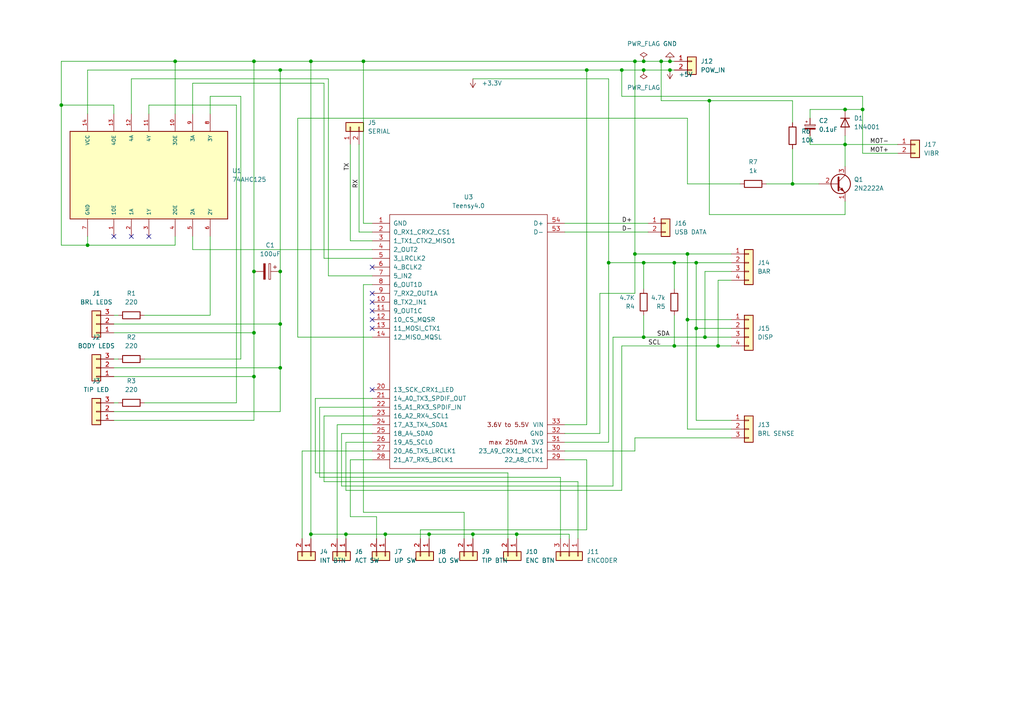
<source format=kicad_sch>
(kicad_sch (version 20230121) (generator eeschema)
  (paper "A4")
  (lib_symbols
    (symbol "74AHC125:74AHC125" (pin_names (offset 1.016))
      (property "Reference" "U" (at 0 0 0))
      (property "Value" "74AHC125" (at 0 0 0))
      (symbol "74AHC125_0_0"
        (rectangle (start 0 0) (end 25.4 45.72) (stroke (width 0.254)) (fill (type background)))
        (pin input line (at -5.08 33.02 0) (length 5.08) (name "1OE") (number "1"))
        (pin input line (at 30.48 15.24 180) (length 5.08) (name "3OE") (number "10"))
        (pin output line (at 30.48 22.86 180) (length 5.08) (name "4Y") (number "11"))
        (pin input line (at 30.48 27.94 180) (length 5.08) (name "4A") (number "12"))
        (pin input line (at 30.48 33.02 180) (length 5.08) (name "4OE") (number "13"))
        (pin power_in line (at 30.48 40.64 180) (length 5.08) (name "VCC") (number "14"))
        (pin input line (at -5.08 27.94 0) (length 5.08) (name "1A") (number "2"))
        (pin output line (at -5.08 22.86 0) (length 5.08) (name "1Y") (number "3"))
        (pin input line (at -5.08 15.24 0) (length 5.08) (name "2OE") (number "4"))
        (pin input line (at -5.08 10.16 0) (length 5.08) (name "2A") (number "5"))
        (pin output line (at -5.08 5.08 0) (length 5.08) (name "2Y") (number "6"))
        (pin power_in line (at -5.08 40.64 0) (length 5.08) (name "GND") (number "7"))
        (pin output line (at 30.48 5.08 180) (length 5.08) (name "3Y") (number "8"))
        (pin input line (at 30.48 10.16 180) (length 5.08) (name "3A") (number "9"))
      )
    )
    (symbol "Connector_Generic:Conn_01x02" (pin_names (offset 1.016) hide)
      (property "Reference" "J" (at 0 2.54 0))
      (property "Value" "Conn_01x02" (at 0 -5.08 0))
      (symbol "Conn_01x02_1_1"
        (rectangle (start -1.27 -2.413) (end 0 -2.667) (stroke (width 0.1524)))
        (rectangle (start -1.27 0.127) (end 0 -0.127) (stroke (width 0.1524)))
        (rectangle (start -1.27 1.27) (end 1.27 -3.81) (stroke (width 0.254)) (fill (type background)))
        (pin passive line (at -5.08 0 0) (length 3.81) (name "Pin_1") (number "1"))
        (pin passive line (at -5.08 -2.54 0) (length 3.81) (name "Pin_2") (number "2"))
      )
    )
    (symbol "Connector_Generic:Conn_01x03" (pin_names (offset 1.016) hide)
      (property "Reference" "J" (at 0 5.08 0))
      (property "Value" "Conn_01x03" (at 0 -5.08 0))
      (symbol "Conn_01x03_1_1"
        (rectangle (start -1.27 -2.413) (end 0 -2.667) (stroke (width 0.1524)))
        (rectangle (start -1.27 0.127) (end 0 -0.127) (stroke (width 0.1524)))
        (rectangle (start -1.27 2.667) (end 0 2.413) (stroke (width 0.1524)))
        (rectangle (start -1.27 3.81) (end 1.27 -3.81) (stroke (width 0.254)) (fill (type background)))
        (pin passive line (at -5.08 2.54 0) (length 3.81) (name "Pin_1") (number "1"))
        (pin passive line (at -5.08 0 0) (length 3.81) (name "Pin_2") (number "2"))
        (pin passive line (at -5.08 -2.54 0) (length 3.81) (name "Pin_3") (number "3"))
      )
    )
    (symbol "Connector_Generic:Conn_01x04" (pin_names (offset 1.016) hide)
      (property "Reference" "J" (at 0 5.08 0))
      (property "Value" "Conn_01x04" (at 0 -7.62 0))
      (symbol "Conn_01x04_1_1"
        (rectangle (start -1.27 -4.953) (end 0 -5.207) (stroke (width 0.1524)))
        (rectangle (start -1.27 -2.413) (end 0 -2.667) (stroke (width 0.1524)))
        (rectangle (start -1.27 0.127) (end 0 -0.127) (stroke (width 0.1524)))
        (rectangle (start -1.27 2.667) (end 0 2.413) (stroke (width 0.1524)))
        (rectangle (start -1.27 3.81) (end 1.27 -6.35) (stroke (width 0.254)) (fill (type background)))
        (pin passive line (at -5.08 2.54 0) (length 3.81) (name "Pin_1") (number "1"))
        (pin passive line (at -5.08 0 0) (length 3.81) (name "Pin_2") (number "2"))
        (pin passive line (at -5.08 -2.54 0) (length 3.81) (name "Pin_3") (number "3"))
        (pin passive line (at -5.08 -5.08 0) (length 3.81) (name "Pin_4") (number "4"))
      )
    )
    (symbol "Device:C_Polarized" (pin_numbers hide) (pin_names (offset 0.254))
      (property "Reference" "C" (at 0.635 2.54 0))
      (property "Value" "C_Polarized" (at 0.635 -2.54 0))
      (symbol "C_Polarized_0_1"
        (rectangle (start -2.286 0.508) (end 2.286 1.016))
        (polyline (pts (xy -1.778 2.286) (xy -0.762 2.286)))
        (polyline (pts (xy -1.27 2.794) (xy -1.27 1.778)))
        (rectangle (start 2.286 -0.508) (end -2.286 -1.016) (fill (type outline)))
      )
      (symbol "C_Polarized_1_1"
        (pin passive line (at 0 3.81 270) (length 2.794) (name "~") (number "1"))
        (pin passive line (at 0 -3.81 90) (length 2.794) (name "~") (number "2"))
      )
    )
    (symbol "Device:C_Polarized_Small" (pin_numbers hide) (pin_names (offset 0.254) hide)
      (property "Reference" "C" (at 0.254 1.778 0))
      (property "Value" "C_Polarized_Small" (at 0.254 -2.032 0))
      (symbol "C_Polarized_Small_0_1"
        (rectangle (start -1.524 -0.3048) (end 1.524 -0.6858) (fill (type outline)))
        (rectangle (start -1.524 0.6858) (end 1.524 0.3048))
        (polyline (pts (xy -1.27 1.524) (xy -0.762 1.524)))
        (polyline (pts (xy -1.016 1.27) (xy -1.016 1.778)))
      )
      (symbol "C_Polarized_Small_1_1"
        (pin passive line (at 0 2.54 270) (length 1.8542) (name "~") (number "1"))
        (pin passive line (at 0 -2.54 90) (length 1.8542) (name "~") (number "2"))
      )
    )
    (symbol "Device:R" (pin_numbers hide) (pin_names (offset 0))
      (property "Reference" "R" (at 2.032 0 90))
      (property "Value" "R" (at 0 0 90))
      (symbol "R_0_1"
        (rectangle (start -1.016 -2.54) (end 1.016 2.54) (stroke (width 0.254)))
      )
      (symbol "R_1_1"
        (pin passive line (at 0 3.81 270) (length 1.27) (name "~") (number "1"))
        (pin passive line (at 0 -3.81 90) (length 1.27) (name "~") (number "2"))
      )
    )
    (symbol "Diode:1N4001" (pin_numbers hide) (pin_names hide)
      (property "Reference" "D" (at 0 2.54 0))
      (property "Value" "1N4001" (at 0 -2.54 0))
      (symbol "1N4001_0_1"
        (polyline (pts (xy -1.27 1.27) (xy -1.27 -1.27)) (stroke (width 0.254)))
        (polyline (pts (xy 1.27 0) (xy -1.27 0)))
        (polyline (pts (xy 1.27 1.27) (xy 1.27 -1.27) (xy -1.27 0) (xy 1.27 1.27)) (stroke (width 0.254)))
      )
      (symbol "1N4001_1_1"
        (pin passive line (at -3.81 0 0) (length 2.54) (name "K") (number "1"))
        (pin passive line (at 3.81 0 180) (length 2.54) (name "A") (number "2"))
      )
    )
    (symbol "Transistor_BJT:PN2222A" (pin_names (offset 0) hide)
      (property "Reference" "Q" (at 5.08 1.905 0))
      (property "Value" "PN2222A" (at 5.08 0 0))
      (symbol "PN2222A_0_1"
        (polyline (pts (xy 0 0) (xy 0.635 0)))
        (polyline (pts (xy 2.54 -2.54) (xy 0.635 -0.635)))
        (polyline (pts (xy 2.54 2.54) (xy 0.635 0.635)))
        (polyline (pts (xy 0.635 1.905) (xy 0.635 -1.905) (xy 0.635 -1.905)) (stroke (width 0.508)))
        (polyline (pts (xy 2.413 -2.413) (xy 1.905 -1.905) (xy 1.905 -1.905)))
        (polyline (pts (xy 1.143 -1.651) (xy 1.651 -1.143) (xy 2.159 -2.159) (xy 1.143 -1.651) (xy 1.143 -1.651)) (fill (type outline)))
        (circle (center 1.27 0) (radius 2.8194) (stroke (width 0.254)))
      )
      (symbol "PN2222A_1_1"
        (pin passive line (at 2.54 -5.08 90) (length 2.54) (name "E") (number "1"))
        (pin input line (at -5.08 0 0) (length 5.08) (name "B") (number "2"))
        (pin passive line (at 2.54 5.08 270) (length 2.54) (name "C") (number "3"))
      )
    )
    (symbol "power:+3.3V" (power) (pin_names (offset 0))
      (property "Value" "+3.3V" (at 0 3.556 0))
      (symbol "+3.3V_0_1"
        (polyline (pts (xy -0.762 1.27) (xy 0 2.54)))
        (polyline (pts (xy 0 0) (xy 0 2.54)))
        (polyline (pts (xy 0 2.54) (xy 0.762 1.27)))
      )
      (symbol "+3.3V_1_1"
        (pin power_in line (at 0 0 90) (length 0) hide (name "+3.3V") (number "1"))
      )
    )
    (symbol "power:+5V" (power) (pin_names (offset 0))
      (property "Value" "+5V" (at 0 3.556 0))
      (symbol "+5V_0_1"
        (polyline (pts (xy -0.762 1.27) (xy 0 2.54)))
        (polyline (pts (xy 0 0) (xy 0 2.54)))
        (polyline (pts (xy 0 2.54) (xy 0.762 1.27)))
      )
      (symbol "+5V_1_1"
        (pin power_in line (at 0 0 90) (length 0) hide (name "+5V") (number "1"))
      )
    )
    (symbol "power:GND" (power) (pin_names (offset 0))
      (property "Value" "GND" (at 0 -3.81 0))
      (symbol "GND_0_1"
        (polyline (pts (xy 0 0) (xy 0 -1.27) (xy 1.27 -1.27) (xy 0 -2.54) (xy -1.27 -1.27) (xy 0 -1.27)))
      )
      (symbol "GND_1_1"
        (pin power_in line (at 0 0 270) (length 0) hide (name "GND") (number "1"))
      )
    )
    (symbol "power:PWR_FLAG" (power) (pin_numbers hide) (pin_names (offset 0) hide)
      (property "Value" "PWR_FLAG" (at 0 3.81 0))
      (symbol "PWR_FLAG_0_0"
        (pin power_out line (at 0 0 90) (length 0) (name "pwr") (number "1"))
      )
      (symbol "PWR_FLAG_0_1"
        (polyline (pts (xy 0 0) (xy 0 1.27) (xy -1.016 1.905) (xy 0 2.54) (xy 1.016 1.905) (xy 0 1.27)))
      )
    )
    (symbol "teensy:Teensy4.0" (pin_names (offset 1.016))
      (property "Reference" "U3" (at 0 41.91 0))
      (property "Value" "Teensy4.0" (at 0 39.37 0))
      (symbol "Teensy4.0_0_0"
        (text "3.6V to 5.5V" (at 11.43 -24.13 0) (effects (font (size 1.27 1.27))))
        (text "max 250mA" (at 11.43 -29.21 0) (effects (font (size 1.27 1.27))))
        (pin bidirectional line (at -27.94 11.43 0) (length 5.08) (name "8_TX2_IN1") (number "10"))
        (pin bidirectional line (at -27.94 8.89 0) (length 5.08) (name "9_OUT1C") (number "11"))
        (pin bidirectional line (at -27.94 6.35 0) (length 5.08) (name "10_CS_MQSR") (number "12"))
        (pin bidirectional line (at -27.94 3.81 0) (length 5.08) (name "11_MOSI_CTX1") (number "13"))
        (pin bidirectional line (at -27.94 1.27 0) (length 5.08) (name "12_MISO_MQSL") (number "14"))
        (pin bidirectional line (at -27.94 -13.97 0) (length 5.08) (name "13_SCK_CRX1_LED") (number "20"))
        (pin bidirectional line (at -27.94 -16.51 0) (length 5.08) (name "14_A0_TX3_SPDIF_OUT") (number "21"))
        (pin bidirectional line (at -27.94 -19.05 0) (length 5.08) (name "15_A1_RX3_SPDIF_IN") (number "22"))
        (pin bidirectional line (at -27.94 -21.59 0) (length 5.08) (name "16_A2_RX4_SCL1") (number "23"))
        (pin bidirectional line (at -27.94 -24.13 0) (length 5.08) (name "17_A3_TX4_SDA1") (number "24"))
        (pin bidirectional line (at -27.94 -26.67 0) (length 5.08) (name "18_A4_SDA0") (number "25"))
        (pin bidirectional line (at -27.94 -29.21 0) (length 5.08) (name "19_A5_SCL0") (number "26"))
        (pin bidirectional line (at -27.94 -31.75 0) (length 5.08) (name "20_A6_TX5_LRCLK1") (number "27"))
        (pin bidirectional line (at -27.94 -34.29 0) (length 5.08) (name "21_A7_RX5_BCLK1") (number "28"))
        (pin bidirectional line (at 27.94 -34.29 180) (length 5.08) (name "22_A8_CTX1") (number "29"))
        (pin bidirectional line (at 27.94 -31.75 180) (length 5.08) (name "23_A9_CRX1_MCLK1") (number "30"))
        (pin power_out line (at 27.94 -29.21 180) (length 5.08) (name "3V3") (number "31"))
        (pin power_in line (at 27.94 -26.67 180) (length 5.08) (name "GND") (number "32"))
        (pin power_in line (at 27.94 -24.13 180) (length 5.08) (name "VIN") (number "33"))
        (pin bidirectional line (at -27.94 24.13 0) (length 5.08) (name "3_LRCLK2") (number "5"))
        (pin bidirectional line (at 27.94 31.75 180) (length 5.08) (name "D-") (number "53"))
        (pin bidirectional line (at 27.94 34.29 180) (length 5.08) (name "D+") (number "54"))
        (pin bidirectional line (at -27.94 21.59 0) (length 5.08) (name "4_BCLK2") (number "6"))
        (pin bidirectional line (at -27.94 19.05 0) (length 5.08) (name "5_IN2") (number "7"))
        (pin bidirectional line (at -27.94 16.51 0) (length 5.08) (name "6_OUT1D") (number "8"))
        (pin bidirectional line (at -27.94 13.97 0) (length 5.08) (name "7_RX2_OUT1A") (number "9"))
      )
      (symbol "Teensy4.0_0_1"
        (rectangle (start -22.86 36.83) (end 22.86 -36.83))
        (rectangle (start -20.32 -31.75) (end -20.32 -31.75))
      )
      (symbol "Teensy4.0_1_1"
        (pin power_in line (at -27.94 34.29 0) (length 5.08) (name "GND") (number "1"))
        (pin bidirectional line (at -27.94 31.75 0) (length 5.08) (name "0_RX1_CRX2_CS1") (number "2"))
        (pin bidirectional line (at -27.94 29.21 0) (length 5.08) (name "1_TX1_CTX2_MISO1") (number "3"))
        (pin bidirectional line (at -27.94 26.67 0) (length 5.08) (name "2_OUT2") (number "4"))
      )
    )
  )
  (junction (at 191.77 17.78))
  (junction (at 73.66 109.22))
  (junction (at 111.76 154.94))
  (junction (at 250.19 31.75))
  (junction (at 199.39 92.71))
  (junction (at 186.69 20.32))
  (junction (at 100.33 154.94))
  (junction (at 184.15 17.78))
  (junction (at 81.28 78.74))
  (junction (at 229.87 53.34))
  (junction (at 176.53 76.2))
  (junction (at 137.16 154.94))
  (junction (at 195.58 100.33))
  (junction (at 73.66 78.74))
  (junction (at 194.31 17.78))
  (junction (at 201.93 76.2))
  (junction (at 194.31 20.32))
  (junction (at 81.28 93.98))
  (junction (at 180.34 20.32))
  (junction (at 186.69 97.79))
  (junction (at 245.11 31.75))
  (junction (at 81.28 106.68))
  (junction (at 73.66 17.78))
  (junction (at 81.28 20.32))
  (junction (at 170.18 20.32))
  (junction (at 195.58 76.2))
  (junction (at 184.15 73.66))
  (junction (at 17.78 30.48))
  (junction (at 199.39 73.66))
  (junction (at 50.8 17.78))
  (junction (at 186.69 76.2))
  (junction (at 73.66 96.52))
  (junction (at 186.69 17.78))
  (junction (at 105.41 17.78))
  (junction (at 90.17 17.78))
  (junction (at 90.17 154.94))
  (junction (at 204.47 97.79))
  (junction (at 245.11 41.91))
  (junction (at 124.46 154.94))
  (junction (at 149.86 154.94))
  (junction (at 201.93 95.25))
  (junction (at 25.4 71.12))
  (junction (at 208.28 100.33))
  (junction (at 205.74 29.21))
  (no_connect (at 107.95 90.17))
  (no_connect (at 107.95 85.09))
  (no_connect (at 107.95 113.03))
  (no_connect (at 38.1 68.58))
  (no_connect (at 107.95 95.25))
  (no_connect (at 107.95 87.63))
  (no_connect (at 107.95 77.47))
  (no_connect (at 33.02 68.58))
  (no_connect (at 43.18 68.58))
  (no_connect (at 107.95 92.71))
  (wire (pts (xy 55.88 72.39) (xy 55.88 68.58)))
  (wire (pts (xy 177.8 97.79) (xy 177.8 140.97)))
  (wire (pts (xy 41.91 116.84) (xy 68.58 116.84)))
  (wire (pts (xy 43.18 30.48) (xy 43.18 33.02)))
  (wire (pts (xy 199.39 73.66) (xy 184.15 73.66)))
  (wire (pts (xy 245.11 48.26) (xy 245.11 41.91)))
  (wire (pts (xy 186.69 76.2) (xy 195.58 76.2)))
  (wire (pts (xy 33.02 91.44) (xy 34.29 91.44)))
  (wire (pts (xy 33.02 93.98) (xy 81.28 93.98)))
  (wire (pts (xy 92.71 138.43) (xy 92.71 118.11)))
  (wire (pts (xy 69.85 27.94) (xy 69.85 104.14)))
  (wire (pts (xy 234.95 31.75) (xy 245.11 31.75)))
  (wire (pts (xy 81.28 20.32) (xy 170.18 20.32)))
  (wire (pts (xy 93.98 139.7) (xy 93.98 120.65)))
  (wire (pts (xy 81.28 20.32) (xy 81.28 78.74)))
  (wire (pts (xy 137.16 22.86) (xy 176.53 22.86)))
  (wire (pts (xy 99.06 125.73) (xy 99.06 140.97)))
  (wire (pts (xy 234.95 41.91) (xy 245.11 41.91)))
  (wire (pts (xy 134.62 148.59) (xy 134.62 156.21)))
  (wire (pts (xy 33.02 106.68) (xy 81.28 106.68)))
  (wire (pts (xy 176.53 76.2) (xy 186.69 76.2)))
  (wire (pts (xy 87.63 130.81) (xy 87.63 156.21)))
  (wire (pts (xy 165.1 154.94) (xy 149.86 154.94)))
  (wire (pts (xy 229.87 29.21) (xy 205.74 29.21)))
  (wire (pts (xy 245.11 41.91) (xy 260.35 41.91)))
  (wire (pts (xy 194.31 20.32) (xy 195.58 20.32)))
  (wire (pts (xy 100.33 154.94) (xy 90.17 154.94)))
  (wire (pts (xy 184.15 85.09) (xy 184.15 73.66)))
  (wire (pts (xy 124.46 154.94) (xy 111.76 154.94)))
  (wire (pts (xy 184.15 73.66) (xy 184.15 17.78)))
  (wire (pts (xy 201.93 95.25) (xy 201.93 121.92)))
  (wire (pts (xy 163.83 67.31) (xy 187.96 67.31)))
  (wire (pts (xy 107.95 67.31) (xy 104.14 67.31)))
  (wire (pts (xy 33.02 109.22) (xy 73.66 109.22)))
  (wire (pts (xy 73.66 17.78) (xy 90.17 17.78)))
  (wire (pts (xy 73.66 96.52) (xy 73.66 78.74)))
  (wire (pts (xy 95.25 22.86) (xy 38.1 22.86)))
  (wire (pts (xy 55.88 24.13) (xy 55.88 33.02)))
  (wire (pts (xy 109.22 149.86) (xy 109.22 156.21)))
  (wire (pts (xy 95.25 80.01) (xy 95.25 22.86)))
  (wire (pts (xy 101.6 41.91) (xy 101.6 69.85)))
  (wire (pts (xy 97.79 123.19) (xy 107.95 123.19)))
  (wire (pts (xy 167.64 139.7) (xy 93.98 139.7)))
  (wire (pts (xy 163.83 123.19) (xy 170.18 123.19)))
  (wire (pts (xy 25.4 71.12) (xy 25.4 68.58)))
  (wire (pts (xy 81.28 119.38) (xy 81.28 106.68)))
  (wire (pts (xy 25.4 33.02) (xy 25.4 20.32)))
  (wire (pts (xy 60.96 33.02) (xy 60.96 27.94)))
  (wire (pts (xy 180.34 100.33) (xy 195.58 100.33)))
  (wire (pts (xy 191.77 29.21) (xy 191.77 17.78)))
  (wire (pts (xy 107.95 74.93) (xy 93.98 74.93)))
  (wire (pts (xy 33.02 104.14) (xy 34.29 104.14)))
  (wire (pts (xy 33.02 30.48) (xy 17.78 30.48)))
  (wire (pts (xy 60.96 68.58) (xy 60.96 91.44)))
  (wire (pts (xy 250.19 44.45) (xy 250.19 31.75)))
  (wire (pts (xy 186.69 91.44) (xy 186.69 97.79)))
  (wire (pts (xy 163.83 133.35) (xy 170.18 133.35)))
  (wire (pts (xy 173.99 125.73) (xy 173.99 85.09)))
  (wire (pts (xy 229.87 53.34) (xy 237.49 53.34)))
  (wire (pts (xy 184.15 17.78) (xy 186.69 17.78)))
  (wire (pts (xy 212.09 124.46) (xy 199.39 124.46)))
  (wire (pts (xy 222.25 53.34) (xy 229.87 53.34)))
  (wire (pts (xy 111.76 154.94) (xy 100.33 154.94)))
  (wire (pts (xy 147.32 137.16) (xy 91.44 137.16)))
  (wire (pts (xy 162.56 138.43) (xy 162.56 156.21)))
  (wire (pts (xy 33.02 119.38) (xy 81.28 119.38)))
  (wire (pts (xy 107.95 133.35) (xy 101.6 133.35)))
  (wire (pts (xy 234.95 39.37) (xy 234.95 41.91)))
  (wire (pts (xy 163.83 125.73) (xy 173.99 125.73)))
  (wire (pts (xy 50.8 17.78) (xy 50.8 33.02)))
  (wire (pts (xy 180.34 142.24) (xy 180.34 100.33)))
  (wire (pts (xy 201.93 95.25) (xy 201.93 76.2)))
  (wire (pts (xy 50.8 17.78) (xy 73.66 17.78)))
  (wire (pts (xy 205.74 62.23) (xy 205.74 29.21)))
  (wire (pts (xy 147.32 137.16) (xy 147.32 156.21)))
  (wire (pts (xy 69.85 104.14) (xy 41.91 104.14)))
  (wire (pts (xy 199.39 92.71) (xy 199.39 124.46)))
  (wire (pts (xy 137.16 154.94) (xy 124.46 154.94)))
  (wire (pts (xy 167.64 156.21) (xy 167.64 139.7)))
  (wire (pts (xy 186.69 76.2) (xy 186.69 83.82)))
  (wire (pts (xy 93.98 74.93) (xy 93.98 24.13)))
  (wire (pts (xy 149.86 156.21) (xy 149.86 154.94)))
  (wire (pts (xy 165.1 156.21) (xy 165.1 154.94)))
  (wire (pts (xy 234.95 34.29) (xy 234.95 31.75)))
  (wire (pts (xy 186.69 20.32) (xy 194.31 20.32)))
  (wire (pts (xy 107.95 97.79) (xy 86.36 97.79)))
  (wire (pts (xy 92.71 118.11) (xy 107.95 118.11)))
  (wire (pts (xy 50.8 68.58) (xy 50.8 71.12)))
  (wire (pts (xy 195.58 100.33) (xy 208.28 100.33)))
  (wire (pts (xy 91.44 115.57) (xy 107.95 115.57)))
  (wire (pts (xy 177.8 97.79) (xy 186.69 97.79)))
  (wire (pts (xy 184.15 127) (xy 212.09 127)))
  (wire (pts (xy 180.34 27.94) (xy 180.34 20.32)))
  (wire (pts (xy 199.39 34.29) (xy 199.39 53.34)))
  (wire (pts (xy 250.19 31.75) (xy 250.19 27.94)))
  (wire (pts (xy 199.39 73.66) (xy 212.09 73.66)))
  (wire (pts (xy 186.69 97.79) (xy 204.47 97.79)))
  (wire (pts (xy 93.98 24.13) (xy 55.88 24.13)))
  (wire (pts (xy 170.18 153.67) (xy 121.92 153.67)))
  (wire (pts (xy 17.78 71.12) (xy 17.78 30.48)))
  (wire (pts (xy 68.58 116.84) (xy 68.58 30.48)))
  (wire (pts (xy 107.95 80.01) (xy 95.25 80.01)))
  (wire (pts (xy 195.58 76.2) (xy 195.58 83.82)))
  (wire (pts (xy 73.66 109.22) (xy 73.66 96.52)))
  (wire (pts (xy 205.74 29.21) (xy 191.77 29.21)))
  (wire (pts (xy 204.47 78.74) (xy 204.47 97.79)))
  (wire (pts (xy 107.95 72.39) (xy 55.88 72.39)))
  (wire (pts (xy 245.11 39.37) (xy 245.11 41.91)))
  (wire (pts (xy 17.78 30.48) (xy 17.78 17.78)))
  (wire (pts (xy 105.41 17.78) (xy 184.15 17.78)))
  (wire (pts (xy 170.18 133.35) (xy 170.18 153.67)))
  (wire (pts (xy 176.53 76.2) (xy 176.53 22.86)))
  (wire (pts (xy 212.09 78.74) (xy 204.47 78.74)))
  (wire (pts (xy 201.93 76.2) (xy 212.09 76.2)))
  (wire (pts (xy 212.09 95.25) (xy 201.93 95.25)))
  (wire (pts (xy 201.93 121.92) (xy 212.09 121.92)))
  (wire (pts (xy 73.66 121.92) (xy 73.66 109.22)))
  (wire (pts (xy 33.02 96.52) (xy 73.66 96.52)))
  (wire (pts (xy 104.14 67.31) (xy 104.14 41.91)))
  (wire (pts (xy 173.99 85.09) (xy 184.15 85.09)))
  (wire (pts (xy 81.28 106.68) (xy 81.28 93.98)))
  (wire (pts (xy 208.28 81.28) (xy 208.28 100.33)))
  (wire (pts (xy 17.78 17.78) (xy 50.8 17.78)))
  (wire (pts (xy 170.18 20.32) (xy 170.18 123.19)))
  (wire (pts (xy 260.35 44.45) (xy 250.19 44.45)))
  (wire (pts (xy 163.83 128.27) (xy 176.53 128.27)))
  (wire (pts (xy 33.02 121.92) (xy 73.66 121.92)))
  (wire (pts (xy 245.11 58.42) (xy 245.11 62.23)))
  (wire (pts (xy 111.76 156.21) (xy 111.76 154.94)))
  (wire (pts (xy 101.6 149.86) (xy 109.22 149.86)))
  (wire (pts (xy 107.95 130.81) (xy 87.63 130.81)))
  (wire (pts (xy 186.69 17.78) (xy 191.77 17.78)))
  (wire (pts (xy 229.87 43.18) (xy 229.87 53.34)))
  (wire (pts (xy 73.66 17.78) (xy 73.66 78.74)))
  (wire (pts (xy 107.95 82.55) (xy 105.41 82.55)))
  (wire (pts (xy 107.95 125.73) (xy 99.06 125.73)))
  (wire (pts (xy 208.28 100.33) (xy 212.09 100.33)))
  (wire (pts (xy 137.16 156.21) (xy 137.16 154.94)))
  (wire (pts (xy 33.02 116.84) (xy 34.29 116.84)))
  (wire (pts (xy 176.53 76.2) (xy 176.53 128.27)))
  (wire (pts (xy 199.39 92.71) (xy 199.39 73.66)))
  (wire (pts (xy 100.33 142.24) (xy 180.34 142.24)))
  (wire (pts (xy 107.95 128.27) (xy 100.33 128.27)))
  (wire (pts (xy 250.19 27.94) (xy 180.34 27.94)))
  (wire (pts (xy 33.02 33.02) (xy 33.02 30.48)))
  (wire (pts (xy 90.17 17.78) (xy 105.41 17.78)))
  (wire (pts (xy 60.96 27.94) (xy 69.85 27.94)))
  (wire (pts (xy 195.58 76.2) (xy 201.93 76.2)))
  (wire (pts (xy 68.58 30.48) (xy 43.18 30.48)))
  (wire (pts (xy 38.1 22.86) (xy 38.1 33.02)))
  (wire (pts (xy 191.77 17.78) (xy 194.31 17.78)))
  (wire (pts (xy 91.44 137.16) (xy 91.44 115.57)))
  (wire (pts (xy 105.41 82.55) (xy 105.41 148.59)))
  (wire (pts (xy 121.92 153.67) (xy 121.92 156.21)))
  (wire (pts (xy 25.4 20.32) (xy 81.28 20.32)))
  (wire (pts (xy 229.87 29.21) (xy 229.87 35.56)))
  (wire (pts (xy 86.36 97.79) (xy 86.36 34.29)))
  (wire (pts (xy 194.31 17.78) (xy 195.58 17.78)))
  (wire (pts (xy 184.15 130.81) (xy 184.15 127)))
  (wire (pts (xy 199.39 53.34) (xy 214.63 53.34)))
  (wire (pts (xy 212.09 81.28) (xy 208.28 81.28)))
  (wire (pts (xy 105.41 64.77) (xy 105.41 17.78)))
  (wire (pts (xy 170.18 20.32) (xy 180.34 20.32)))
  (wire (pts (xy 162.56 138.43) (xy 92.71 138.43)))
  (wire (pts (xy 25.4 71.12) (xy 50.8 71.12)))
  (wire (pts (xy 163.83 130.81) (xy 184.15 130.81)))
  (wire (pts (xy 97.79 123.19) (xy 97.79 156.21)))
  (wire (pts (xy 163.83 64.77) (xy 187.96 64.77)))
  (wire (pts (xy 105.41 148.59) (xy 134.62 148.59)))
  (wire (pts (xy 105.41 64.77) (xy 107.95 64.77)))
  (wire (pts (xy 245.11 62.23) (xy 205.74 62.23)))
  (wire (pts (xy 149.86 154.94) (xy 137.16 154.94)))
  (wire (pts (xy 101.6 69.85) (xy 107.95 69.85)))
  (wire (pts (xy 60.96 91.44) (xy 41.91 91.44)))
  (wire (pts (xy 90.17 154.94) (xy 90.17 156.21)))
  (wire (pts (xy 180.34 20.32) (xy 186.69 20.32)))
  (wire (pts (xy 81.28 93.98) (xy 81.28 78.74)))
  (wire (pts (xy 195.58 91.44) (xy 195.58 100.33)))
  (wire (pts (xy 90.17 17.78) (xy 90.17 154.94)))
  (wire (pts (xy 124.46 156.21) (xy 124.46 154.94)))
  (wire (pts (xy 100.33 128.27) (xy 100.33 142.24)))
  (wire (pts (xy 212.09 92.71) (xy 199.39 92.71)))
  (wire (pts (xy 100.33 156.21) (xy 100.33 154.94)))
  (wire (pts (xy 101.6 133.35) (xy 101.6 149.86)))
  (wire (pts (xy 245.11 31.75) (xy 250.19 31.75)))
  (wire (pts (xy 204.47 97.79) (xy 212.09 97.79)))
  (wire (pts (xy 86.36 34.29) (xy 199.39 34.29)))
  (wire (pts (xy 93.98 120.65) (xy 107.95 120.65)))
  (wire (pts (xy 99.06 140.97) (xy 177.8 140.97)))
  (wire (pts (xy 25.4 71.12) (xy 17.78 71.12)))
  (label "D+" (at 180.34 64.77 0))
  (label "SDA" (at 190.5 97.79 0))
  (label "MOT-" (at 257.81 41.91 180))
  (label "TX" (at 101.6 49.53 90))
  (label "SCL" (at 187.96 100.33 0))
  (label "D-" (at 180.34 67.31 0))
  (label "RX" (at 104.14 54.61 90))
  (label "MOT+" (at 257.81 44.45 180))
  (symbol (lib_id "Connector_Generic:Conn_01x03") (at 27.94 93.98 180) (unit 1)
    (property "Reference" "J1" (at 27.94 85.09 0))
    (property "Value" "BRL LEDS" (at 27.94 87.63 0))
    (property "Footprint" "ProtonPackFootprints:JST_XH_B3B-XH-A_1x03_NeoPixelHeader" (effects hide))
  )
  (symbol (lib_id "Device:R") (at 218.44 53.34 270) (unit 1)
    (property "Reference" "R7" (at 218.44 46.99 90))
    (property "Value" "1k" (at 218.44 49.53 90))
    (property "Footprint" "Resistor_THT:R_Axial_DIN0207_L6.3mm_D2.5mm_P7.62mm_Horizontal" (effects hide))
  )
  (symbol (lib_id "power:+3.3V") (at 137.16 22.86 180) (unit 1)
    (property "Reference" "#PWR01" (effects hide))
    (property "Value" "+3.3V" (at 139.7 24.13 0) (effects (justify right)))
  )
  (symbol (lib_id "Connector_Generic:Conn_01x02") (at 200.66 17.78 0) (unit 1)
    (property "Reference" "J12" (at 203.2 17.78 0) (effects (justify left)))
    (property "Value" "POW_IN" (at 203.2 20.32 0) (effects (justify left)))
    (property "Footprint" "TerminalBlock_Phoenix:TerminalBlock_Phoenix_MKDS-1,5-2_1x02_P5.00mm_Horizontal" (effects hide))
  )
  (symbol (lib_id "Device:C_Polarized_Small") (at 234.95 36.83 0) (unit 1)
    (property "Reference" "C2" (at 237.49 35.0139 0) (effects (justify left)))
    (property "Value" "0.1uF" (at 237.49 37.5539 0) (effects (justify left)))
    (property "Footprint" "Capacitor_THT:CP_Radial_D4.0mm_P2.00mm" (effects hide))
  )
  (symbol (lib_id "power:+5V") (at 194.31 20.32 180) (unit 1)
    (property "Reference" "#PWR03" (effects hide))
    (property "Value" "+5V" (at 196.85 21.59 0) (effects (justify right)))
  )
  (symbol (lib_id "Transistor_BJT:PN2222A") (at 242.57 53.34 0) (unit 1)
    (property "Reference" "Q1" (at 247.65 52.07 0) (effects (justify left)))
    (property "Value" "2N2222A" (at 247.65 54.61 0) (effects (justify left)))
    (property "Footprint" "Package_TO_SOT_THT:TO-92_Inline" (effects hide))
    (property "Datasheet" "https://www.onsemi.com/pub/Collateral/PN2222-D.PDF" (effects hide))
  )
  (symbol (lib_id "Connector_Generic:Conn_01x02") (at 100.33 161.29 270) (unit 1)
    (property "Reference" "J6" (at 102.87 160.02 90) (effects (justify left)))
    (property "Value" "ACT SW" (at 102.87 162.56 90) (effects (justify left)))
    (property "Footprint" "Connector_JST:JST_XH_B2B-XH-A_1x02_P2.50mm_Vertical" (effects hide))
  )
  (symbol (lib_id "Connector_Generic:Conn_01x03") (at 165.1 161.29 270) (unit 1)
    (property "Reference" "J11" (at 170.18 160.02 90) (effects (justify left)))
    (property "Value" "ENCODER" (at 170.18 162.56 90) (effects (justify left)))
    (property "Footprint" "Connector_JST:JST_XH_B3B-XH-A_1x03_P2.50mm_Vertical" (effects hide))
  )
  (symbol (lib_id "Connector_Generic:Conn_01x04") (at 217.17 95.25 0) (unit 1)
    (property "Reference" "J15" (at 219.71 95.25 0) (effects (justify left)))
    (property "Value" "DISP" (at 219.71 97.79 0) (effects (justify left)))
    (property "Footprint" "Connector_JST:JST_XH_B4B-XH-A_1x04_P2.50mm_Vertical" (effects hide))
  )
  (symbol (lib_id "Connector_Generic:Conn_01x02") (at 137.16 161.29 270) (unit 1)
    (property "Reference" "J9" (at 139.7 160.02 90) (effects (justify left)))
    (property "Value" "TIP BTN" (at 139.7 162.56 90) (effects (justify left)))
    (property "Footprint" "Connector_JST:JST_XH_B2B-XH-A_1x02_P2.50mm_Vertical" (effects hide))
  )
  (symbol (lib_id "Connector_Generic:Conn_01x02") (at 90.17 161.29 270) (unit 1)
    (property "Reference" "J4" (at 92.71 160.02 90) (effects (justify left)))
    (property "Value" "INT BTN" (at 92.71 162.56 90) (effects (justify left)))
    (property "Footprint" "Connector_JST:JST_XH_B2B-XH-A_1x02_P2.50mm_Vertical" (effects hide))
  )
  (symbol (lib_id "power:GND") (at 194.31 17.78 180) (unit 1)
    (property "Reference" "#PWR02" (effects hide))
    (property "Value" "GND" (at 194.31 12.7 0))
  )
  (symbol (lib_id "Connector_Generic:Conn_01x02") (at 193.04 64.77 0) (unit 1)
    (property "Reference" "J16" (at 195.58 64.77 0) (effects (justify left)))
    (property "Value" "USB DATA" (at 195.58 67.31 0) (effects (justify left)))
    (property "Footprint" "Connector_JST:JST_XH_B2B-XH-A_1x02_P2.50mm_Vertical" (effects hide))
  )
  (symbol (lib_id "Connector_Generic:Conn_01x02") (at 124.46 161.29 270) (unit 1)
    (property "Reference" "J8" (at 127 160.02 90) (effects (justify left)))
    (property "Value" "LO SW" (at 127 162.56 90) (effects (justify left)))
    (property "Footprint" "Connector_JST:JST_XH_B2B-XH-A_1x02_P2.50mm_Vertical" (effects hide))
  )
  (symbol (lib_id "Device:C_Polarized") (at 77.47 78.74 270) (unit 1)
    (property "Reference" "C1" (at 78.359 71.12 90))
    (property "Value" "100uF" (at 78.359 73.66 90))
    (property "Footprint" "Capacitor_THT:CP_Radial_D5.0mm_P2.00mm" (effects hide))
  )
  (symbol (lib_id "Connector_Generic:Conn_01x02") (at 265.43 41.91 0) (unit 1)
    (property "Reference" "J17" (at 267.97 41.91 0) (effects (justify left)))
    (property "Value" "VIBR" (at 267.97 44.45 0) (effects (justify left)))
    (property "Footprint" "Connector_JST:JST_XH_B2B-XH-A_1x02_P2.50mm_Vertical" (effects hide))
  )
  (symbol (lib_id "Device:R") (at 195.58 87.63 180) (unit 1)
    (property "Reference" "R5" (at 193.04 88.9 0) (effects (justify left)))
    (property "Value" "4.7k" (at 193.04 86.36 0) (effects (justify left)))
    (property "Footprint" "Resistor_THT:R_Axial_DIN0207_L6.3mm_D2.5mm_P7.62mm_Horizontal" (effects hide))
  )
  (symbol (lib_id "power:PWR_FLAG") (at 186.69 17.78 0) (unit 1)
    (property "Reference" "#FLG01" (effects hide))
    (property "Value" "PWR_FLAG" (at 186.69 12.7 0))
  )
  (symbol (lib_id "Device:R") (at 38.1 91.44 90) (unit 1)
    (property "Reference" "R1" (at 38.1 85.09 90))
    (property "Value" "220" (at 38.1 87.63 90))
    (property "Footprint" "Resistor_THT:R_Axial_DIN0207_L6.3mm_D2.5mm_P7.62mm_Horizontal" (effects hide))
  )
  (symbol (lib_id "Connector_Generic:Conn_01x02") (at 101.6 36.83 90) (unit 1)
    (property "Reference" "J5" (at 106.68 35.56 90) (effects (justify right)))
    (property "Value" "SERIAL" (at 106.68 38.1 90) (effects (justify right)))
    (property "Footprint" "TerminalBlock_Phoenix:TerminalBlock_Phoenix_MKDS-1,5-2_1x02_P5.00mm_Horizontal" (effects hide))
  )
  (symbol (lib_id "Connector_Generic:Conn_01x03") (at 27.94 119.38 180) (unit 1)
    (property "Reference" "J3" (at 27.94 110.49 0))
    (property "Value" "TIP LED" (at 27.94 113.03 0))
    (property "Footprint" "ProtonPackFootprints:JST_XH_B3B-XH-A_1x03_NeoPixelHeader" (effects hide))
  )
  (symbol (lib_id "Device:R") (at 38.1 104.14 90) (unit 1)
    (property "Reference" "R2" (at 38.1 97.79 90))
    (property "Value" "220" (at 38.1 100.33 90))
    (property "Footprint" "Resistor_THT:R_Axial_DIN0207_L6.3mm_D2.5mm_P7.62mm_Horizontal" (effects hide))
  )
  (symbol (lib_id "Connector_Generic:Conn_01x02") (at 149.86 161.29 270) (unit 1)
    (property "Reference" "J10" (at 152.4 160.02 90) (effects (justify left)))
    (property "Value" "ENC BTN" (at 152.4 162.56 90) (effects (justify left)))
    (property "Footprint" "Connector_JST:JST_XH_B2B-XH-A_1x02_P2.50mm_Vertical" (effects hide))
  )
  (symbol (lib_id "Connector_Generic:Conn_01x04") (at 217.17 76.2 0) (unit 1)
    (property "Reference" "J14" (at 219.71 76.2 0) (effects (justify left)))
    (property "Value" "BAR" (at 219.71 78.74 0) (effects (justify left)))
    (property "Footprint" "Connector_JST:JST_XH_B4B-XH-A_1x04_P2.50mm_Vertical" (effects hide))
  )
  (symbol (lib_id "Device:R") (at 38.1 116.84 90) (unit 1)
    (property "Reference" "R3" (at 38.1 110.49 90))
    (property "Value" "220" (at 38.1 113.03 90))
    (property "Footprint" "Resistor_THT:R_Axial_DIN0207_L6.3mm_D2.5mm_P7.62mm_Horizontal" (effects hide))
  )
  (symbol (lib_id "Connector_Generic:Conn_01x03") (at 217.17 124.46 0) (unit 1)
    (property "Reference" "J13" (at 219.71 123.19 0) (effects (justify left)))
    (property "Value" "BRL SENSE" (at 219.71 125.73 0) (effects (justify left)))
    (property "Footprint" "Connector_JST:JST_XH_B3B-XH-A_1x03_P2.50mm_Vertical" (effects hide))
  )
  (symbol (lib_id "power:PWR_FLAG") (at 186.69 20.32 180) (unit 1)
    (property "Reference" "#FLG02" (effects hide))
    (property "Value" "PWR_FLAG" (at 186.69 25.4 0))
  )
  (symbol (lib_id "Device:R") (at 186.69 87.63 180) (unit 1)
    (property "Reference" "R4" (at 184.15 88.9 0) (effects (justify left)))
    (property "Value" "4.7K" (at 184.15 86.36 0) (effects (justify left)))
    (property "Footprint" "Resistor_THT:R_Axial_DIN0207_L6.3mm_D2.5mm_P7.62mm_Horizontal" (effects hide))
  )
  (symbol (lib_id "teensy:Teensy4.0") (at 135.89 99.06 0) (unit 1)
    (property "Reference" "U3" (at 135.89 57.15 0))
    (property "Value" "Teensy4.0" (at 135.89 59.69 0))
    (property "Footprint" "Teensy:Teensy40-DHolesOnly" (effects hide))
  )
  (symbol (lib_id "Connector_Generic:Conn_01x03") (at 27.94 106.68 180) (unit 1)
    (property "Reference" "J2" (at 27.94 97.79 0))
    (property "Value" "BODY LEDS" (at 27.94 100.33 0))
    (property "Footprint" "ProtonPackFootprints:JST_XH_B3B-XH-A_1x03_NeoPixelHeader" (effects hide))
  )
  (symbol (lib_id "74AHC125:74AHC125") (at 66.04 63.5 90) (unit 1)
    (property "Reference" "U1" (at 67.31 49.53 90) (effects (justify right)))
    (property "Value" "74AHC125" (at 67.31 52.07 90) (effects (justify right)))
    (property "Footprint" "Package_DIP:DIP-14_W7.62mm_Socket" (effects hide))
  )
  (symbol (lib_id "Connector_Generic:Conn_01x02") (at 111.76 161.29 270) (unit 1)
    (property "Reference" "J7" (at 114.3 160.02 90) (effects (justify left)))
    (property "Value" "UP SW" (at 114.3 162.56 90) (effects (justify left)))
    (property "Footprint" "Connector_JST:JST_XH_B2B-XH-A_1x02_P2.50mm_Vertical" (effects hide))
  )
  (symbol (lib_id "Device:R") (at 229.87 39.37 180) (unit 1)
    (property "Reference" "R6" (at 232.41 38.1 0) (effects (justify right)))
    (property "Value" "10k" (at 232.41 40.64 0) (effects (justify right)))
    (property "Footprint" "Resistor_THT:R_Axial_DIN0207_L6.3mm_D2.5mm_P7.62mm_Horizontal" (effects hide))
  )
  (symbol (lib_id "Diode:1N4001") (at 245.11 35.56 270) (unit 1)
    (property "Reference" "D1" (at 247.65 34.29 90) (effects (justify left)))
    (property "Value" "1N4001" (at 247.65 36.83 90) (effects (justify left)))
    (property "Footprint" "Diode_THT:D_DO-41_SOD81_P10.16mm_Horizontal" (effects hide))
    (property "Datasheet" "http://www.vishay.com/docs/88503/1n4001.pdf" (effects hide))
    (property "Sim.Device" "D" (effects hide))
    (property "Sim.Pins" "1=K 2=A" (effects hide))
  )
)
</source>
